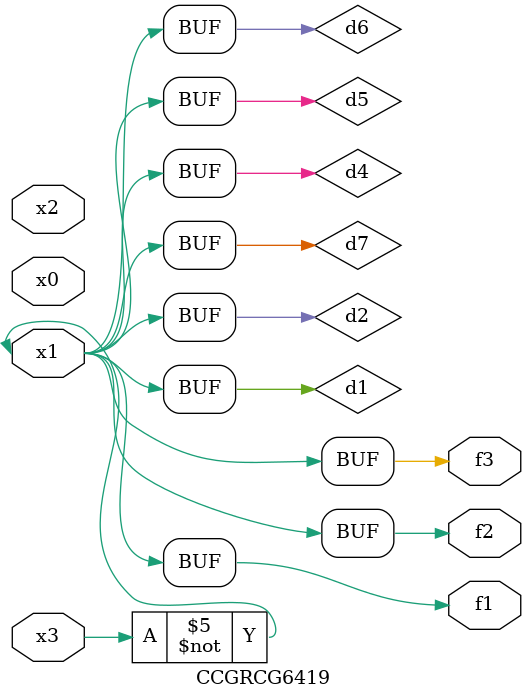
<source format=v>
module CCGRCG6419(
	input x0, x1, x2, x3,
	output f1, f2, f3
);

	wire d1, d2, d3, d4, d5, d6, d7;

	not (d1, x3);
	buf (d2, x1);
	xnor (d3, d1, d2);
	nor (d4, d1);
	buf (d5, d1, d2);
	buf (d6, d4, d5);
	nand (d7, d4);
	assign f1 = d6;
	assign f2 = d7;
	assign f3 = d6;
endmodule

</source>
